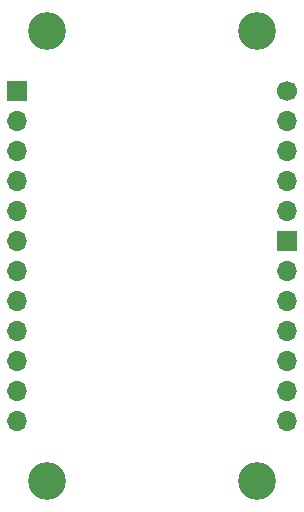
<source format=gbs>
G04 #@! TF.GenerationSoftware,KiCad,Pcbnew,(6.0.6)*
G04 #@! TF.CreationDate,2022-10-28T15:12:27+11:00*
G04 #@! TF.ProjectId,CE-LoRa-E5-Breakout-Module,43452d4c-6f52-4612-9d45-352d42726561,rev?*
G04 #@! TF.SameCoordinates,Original*
G04 #@! TF.FileFunction,Soldermask,Bot*
G04 #@! TF.FilePolarity,Negative*
%FSLAX46Y46*%
G04 Gerber Fmt 4.6, Leading zero omitted, Abs format (unit mm)*
G04 Created by KiCad (PCBNEW (6.0.6)) date 2022-10-28 15:12:27*
%MOMM*%
%LPD*%
G01*
G04 APERTURE LIST*
%ADD10C,3.200000*%
%ADD11R,1.700000X1.700000*%
%ADD12O,1.700000X1.700000*%
%ADD13C,1.700000*%
G04 APERTURE END LIST*
D10*
X137165000Y-76008000D03*
X119385000Y-76008000D03*
X119385000Y-114108000D03*
X137165000Y-114108000D03*
D11*
X116845000Y-81083000D03*
D12*
X116845000Y-83623000D03*
X116845000Y-86163000D03*
X116845000Y-88703000D03*
X116845000Y-91243000D03*
X116845000Y-93783000D03*
X116845000Y-96323000D03*
X116845000Y-98863000D03*
X116845000Y-101403000D03*
X116845000Y-103943000D03*
X116845000Y-106483000D03*
X116845000Y-109023000D03*
D13*
X139705000Y-81083000D03*
D12*
X139705000Y-83623000D03*
X139705000Y-86163000D03*
X139705000Y-88703000D03*
X139705000Y-91243000D03*
D11*
X139705000Y-93783000D03*
D12*
X139705000Y-96323000D03*
X139705000Y-98863000D03*
X139705000Y-101403000D03*
X139705000Y-103943000D03*
X139705000Y-106483000D03*
X139705000Y-109023000D03*
M02*

</source>
